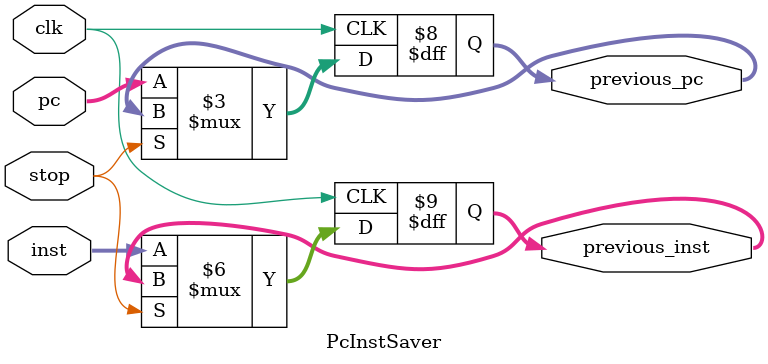
<source format=v>
module PcInstSaver(
    input clk,
    input [31:0]pc,
    input [31:0]inst,
    input stop,
    output reg [31:0]previous_pc,
    output reg [31:0]previous_inst
);
    always @(negedge clk) begin
        if(stop) begin
            previous_inst <= previous_inst;
            previous_pc <= previous_pc;
        end else begin
            previous_inst <= inst;
            previous_pc <= pc;
        end
    end
endmodule
</source>
